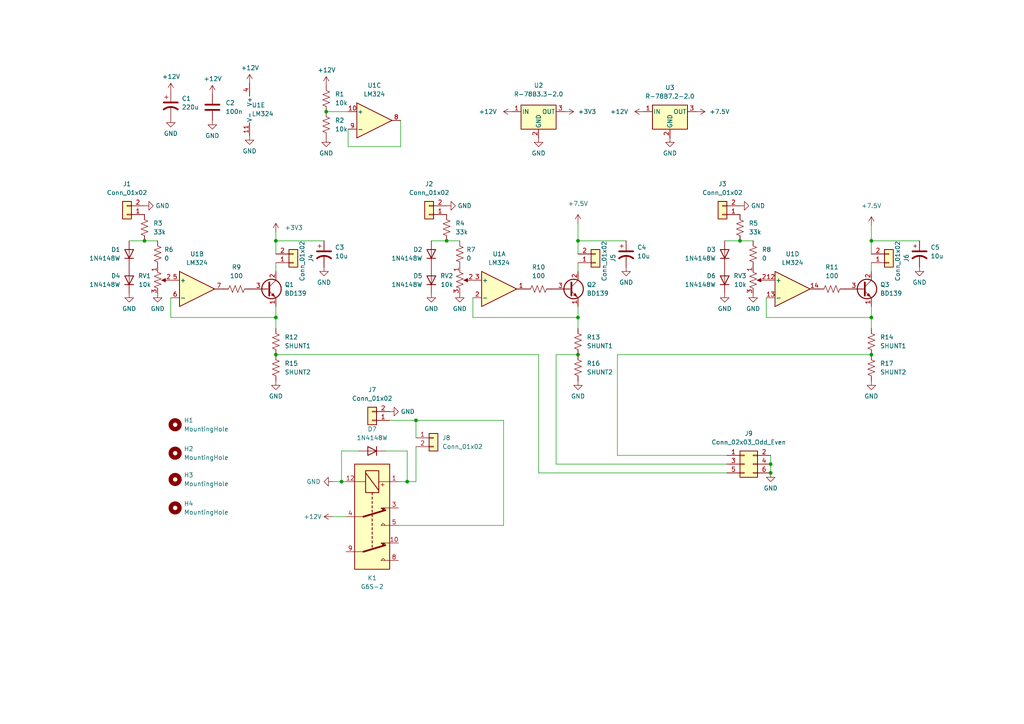
<source format=kicad_sch>
(kicad_sch (version 20211123) (generator eeschema)
  (paper "A4")
  (lib_symbols
    (symbol "Amplifier_Operational:LM324" (pin_names (offset 0.127))
      (property "Reference" "U" (at 0 5.08 0))
      (property "Value" "LM324" (at 0 -5.08 0))
      (symbol "LM324_1_1"
        (polyline (pts (xy -5.08 5.08) (xy 5.08 0) (xy -5.08 -5.08) (xy -5.08 5.08)) (stroke (width 0.254)) (fill (type background)))
        (pin output line (at 7.62 0 180) (length 2.54) (name "~") (number "1"))
        (pin input line (at -7.62 -2.54 0) (length 2.54) (name "-") (number "2"))
        (pin input line (at -7.62 2.54 0) (length 2.54) (name "+") (number "3"))
      )
      (symbol "LM324_2_1"
        (polyline (pts (xy -5.08 5.08) (xy 5.08 0) (xy -5.08 -5.08) (xy -5.08 5.08)) (stroke (width 0.254)) (fill (type background)))
        (pin input line (at -7.62 2.54 0) (length 2.54) (name "+") (number "5"))
        (pin input line (at -7.62 -2.54 0) (length 2.54) (name "-") (number "6"))
        (pin output line (at 7.62 0 180) (length 2.54) (name "~") (number "7"))
      )
      (symbol "LM324_3_1"
        (polyline (pts (xy -5.08 5.08) (xy 5.08 0) (xy -5.08 -5.08) (xy -5.08 5.08)) (stroke (width 0.254)) (fill (type background)))
        (pin input line (at -7.62 2.54 0) (length 2.54) (name "+") (number "10"))
        (pin output line (at 7.62 0 180) (length 2.54) (name "~") (number "8"))
        (pin input line (at -7.62 -2.54 0) (length 2.54) (name "-") (number "9"))
      )
      (symbol "LM324_4_1"
        (polyline (pts (xy -5.08 5.08) (xy 5.08 0) (xy -5.08 -5.08) (xy -5.08 5.08)) (stroke (width 0.254)) (fill (type background)))
        (pin input line (at -7.62 2.54 0) (length 2.54) (name "+") (number "12"))
        (pin input line (at -7.62 -2.54 0) (length 2.54) (name "-") (number "13"))
        (pin output line (at 7.62 0 180) (length 2.54) (name "~") (number "14"))
      )
      (symbol "LM324_5_1"
        (pin power_in line (at -2.54 -7.62 90) (length 3.81) (name "V-") (number "11"))
        (pin power_in line (at -2.54 7.62 270) (length 3.81) (name "V+") (number "4"))
      )
    )
    (symbol "Connector_Generic:Conn_01x02" (pin_names (offset 1.016) hide)
      (property "Reference" "J" (at 0 2.54 0))
      (property "Value" "Conn_01x02" (at 0 -5.08 0))
      (symbol "Conn_01x02_1_1"
        (rectangle (start -1.27 -2.413) (end 0 -2.667) (stroke (width 0.1524)))
        (rectangle (start -1.27 0.127) (end 0 -0.127) (stroke (width 0.1524)))
        (rectangle (start -1.27 1.27) (end 1.27 -3.81) (stroke (width 0.254)) (fill (type background)))
        (pin passive line (at -5.08 0 0) (length 3.81) (name "Pin_1") (number "1"))
        (pin passive line (at -5.08 -2.54 0) (length 3.81) (name "Pin_2") (number "2"))
      )
    )
    (symbol "Connector_Generic:Conn_02x03_Odd_Even" (pin_names (offset 1.016) hide)
      (property "Reference" "J" (at 1.27 5.08 0))
      (property "Value" "Conn_02x03_Odd_Even" (at 1.27 -5.08 0))
      (symbol "Conn_02x03_Odd_Even_1_1"
        (rectangle (start -1.27 -2.413) (end 0 -2.667) (stroke (width 0.1524)))
        (rectangle (start -1.27 0.127) (end 0 -0.127) (stroke (width 0.1524)))
        (rectangle (start -1.27 2.667) (end 0 2.413) (stroke (width 0.1524)))
        (rectangle (start -1.27 3.81) (end 3.81 -3.81) (stroke (width 0.254)) (fill (type background)))
        (rectangle (start 3.81 -2.413) (end 2.54 -2.667) (stroke (width 0.1524)))
        (rectangle (start 3.81 0.127) (end 2.54 -0.127) (stroke (width 0.1524)))
        (rectangle (start 3.81 2.667) (end 2.54 2.413) (stroke (width 0.1524)))
        (pin passive line (at -5.08 2.54 0) (length 3.81) (name "Pin_1") (number "1"))
        (pin passive line (at 7.62 2.54 180) (length 3.81) (name "Pin_2") (number "2"))
        (pin passive line (at -5.08 0 0) (length 3.81) (name "Pin_3") (number "3"))
        (pin passive line (at 7.62 0 180) (length 3.81) (name "Pin_4") (number "4"))
        (pin passive line (at -5.08 -2.54 0) (length 3.81) (name "Pin_5") (number "5"))
        (pin passive line (at 7.62 -2.54 180) (length 3.81) (name "Pin_6") (number "6"))
      )
    )
    (symbol "Device:C" (pin_numbers hide) (pin_names (offset 0.254))
      (property "Reference" "C" (at 0.635 2.54 0))
      (property "Value" "C" (at 0.635 -2.54 0))
      (symbol "C_0_1"
        (polyline (pts (xy -2.032 -0.762) (xy 2.032 -0.762)) (stroke (width 0.508)))
        (polyline (pts (xy -2.032 0.762) (xy 2.032 0.762)) (stroke (width 0.508)))
      )
      (symbol "C_1_1"
        (pin passive line (at 0 3.81 270) (length 2.794) (name "~") (number "1"))
        (pin passive line (at 0 -3.81 90) (length 2.794) (name "~") (number "2"))
      )
    )
    (symbol "Device:C_Polarized_US" (pin_numbers hide) (pin_names (offset 0.254) hide)
      (property "Reference" "C" (at 0.635 2.54 0))
      (property "Value" "C_Polarized_US" (at 0.635 -2.54 0))
      (symbol "C_Polarized_US_0_1"
        (polyline (pts (xy -2.032 0.762) (xy 2.032 0.762)) (stroke (width 0.508)))
        (polyline (pts (xy -1.778 2.286) (xy -0.762 2.286)))
        (polyline (pts (xy -1.27 1.778) (xy -1.27 2.794)))
        (arc (start 2.032 -1.27) (mid 0 -0.5572) (end -2.032 -1.27) (stroke (width 0.508)))
      )
      (symbol "C_Polarized_US_1_1"
        (pin passive line (at 0 3.81 270) (length 2.794) (name "~") (number "1"))
        (pin passive line (at 0 -3.81 90) (length 3.302) (name "~") (number "2"))
      )
    )
    (symbol "Device:R_Potentiometer_US" (pin_names (offset 1.016) hide)
      (property "Reference" "RV" (at -4.445 0 90))
      (property "Value" "R_Potentiometer_US" (at -2.54 0 90))
      (symbol "R_Potentiometer_US_0_1"
        (polyline (pts (xy 0 -2.286) (xy 0 -2.54)))
        (polyline (pts (xy 0 2.54) (xy 0 2.286)))
        (polyline (pts (xy 2.54 0) (xy 1.524 0)))
        (polyline (pts (xy 1.143 0) (xy 2.286 0.508) (xy 2.286 -0.508) (xy 1.143 0)) (fill (type outline)))
        (polyline (pts (xy 0 -0.762) (xy 1.016 -1.143) (xy 0 -1.524) (xy -1.016 -1.905) (xy 0 -2.286)))
        (polyline (pts (xy 0 0.762) (xy 1.016 0.381) (xy 0 0) (xy -1.016 -0.381) (xy 0 -0.762)))
        (polyline (pts (xy 0 2.286) (xy 1.016 1.905) (xy 0 1.524) (xy -1.016 1.143) (xy 0 0.762)))
      )
      (symbol "R_Potentiometer_US_1_1"
        (pin passive line (at 0 3.81 270) (length 1.27) (name "1") (number "1"))
        (pin passive line (at 3.81 0 180) (length 1.27) (name "2") (number "2"))
        (pin passive line (at 0 -3.81 90) (length 1.27) (name "3") (number "3"))
      )
    )
    (symbol "Device:R_US" (pin_numbers hide) (pin_names (offset 0))
      (property "Reference" "R" (at 2.54 0 90))
      (property "Value" "R_US" (at -2.54 0 90))
      (symbol "R_US_0_1"
        (polyline (pts (xy 0 -2.286) (xy 0 -2.54)))
        (polyline (pts (xy 0 2.286) (xy 0 2.54)))
        (polyline (pts (xy 0 -0.762) (xy 1.016 -1.143) (xy 0 -1.524) (xy -1.016 -1.905) (xy 0 -2.286)))
        (polyline (pts (xy 0 0.762) (xy 1.016 0.381) (xy 0 0) (xy -1.016 -0.381) (xy 0 -0.762)))
        (polyline (pts (xy 0 2.286) (xy 1.016 1.905) (xy 0 1.524) (xy -1.016 1.143) (xy 0 0.762)))
      )
      (symbol "R_US_1_1"
        (pin passive line (at 0 3.81 270) (length 1.27) (name "~") (number "1"))
        (pin passive line (at 0 -3.81 90) (length 1.27) (name "~") (number "2"))
      )
    )
    (symbol "Diode:1N4148W" (pin_numbers hide) (pin_names (offset 1.016) hide)
      (property "Reference" "D" (at 0 2.54 0))
      (property "Value" "1N4148W" (at 0 -2.54 0))
      (symbol "1N4148W_0_1"
        (polyline (pts (xy -1.27 1.27) (xy -1.27 -1.27)) (stroke (width 0.254)))
        (polyline (pts (xy 1.27 0) (xy -1.27 0)))
        (polyline (pts (xy 1.27 1.27) (xy 1.27 -1.27) (xy -1.27 0) (xy 1.27 1.27)) (stroke (width 0.254)))
      )
      (symbol "1N4148W_1_1"
        (pin passive line (at -3.81 0 0) (length 2.54) (name "K") (number "1"))
        (pin passive line (at 3.81 0 180) (length 2.54) (name "A") (number "2"))
      )
    )
    (symbol "Mechanical:MountingHole" (pin_names (offset 1.016))
      (property "Reference" "H" (at 0 5.08 0))
      (property "Value" "MountingHole" (at 0 3.175 0))
      (symbol "MountingHole_0_1"
        (circle (center 0 0) (radius 1.27) (stroke (width 1.27)))
      )
    )
    (symbol "Regulator_Switching:R-78B3.3-2.0" (pin_names (offset 0.254))
      (property "Reference" "U" (at -3.81 3.175 0))
      (property "Value" "R-78B3.3-2.0" (at 0 3.175 0))
      (symbol "R-78B3.3-2.0_0_1"
        (rectangle (start -5.08 1.905) (end 5.08 -5.08) (stroke (width 0.254)) (fill (type background)))
      )
      (symbol "R-78B3.3-2.0_1_1"
        (pin power_in line (at -7.62 0 0) (length 2.54) (name "IN") (number "1"))
        (pin power_in line (at 0 -7.62 90) (length 2.54) (name "GND") (number "2"))
        (pin power_out line (at 7.62 0 180) (length 2.54) (name "OUT") (number "3"))
      )
    )
    (symbol "Relay:G6S-2"
      (property "Reference" "K" (at 16.51 3.81 0))
      (property "Value" "G6S-2" (at 16.51 1.27 0))
      (symbol "G6S-2_0_0"
        (text "+" (at -9.271 2.921 0) (effects (font (size 1.27 1.27))))
      )
      (symbol "G6S-2_0_1"
        (rectangle (start -15.24 5.08) (end 15.24 -5.08) (stroke (width 0.254)) (fill (type background)))
        (rectangle (start -13.335 1.905) (end -6.985 -1.905) (stroke (width 0.254)))
        (polyline (pts (xy -12.7 -1.905) (xy -7.62 1.905)) (stroke (width 0.254)))
        (polyline (pts (xy -10.16 -5.08) (xy -10.16 -1.905)))
        (polyline (pts (xy -10.16 5.08) (xy -10.16 1.905)))
        (polyline (pts (xy -6.985 0) (xy -6.35 0)) (stroke (width 0.254)))
        (polyline (pts (xy -5.715 0) (xy -5.08 0)) (stroke (width 0.254)))
        (polyline (pts (xy -4.445 0) (xy -3.81 0)) (stroke (width 0.254)))
        (polyline (pts (xy -3.175 0) (xy -2.54 0)) (stroke (width 0.254)))
        (polyline (pts (xy -1.905 0) (xy -1.27 0)) (stroke (width 0.254)))
        (polyline (pts (xy -0.635 0) (xy 0 0)) (stroke (width 0.254)))
        (polyline (pts (xy 0 -2.54) (xy -1.905 3.81)) (stroke (width 0.508)))
        (polyline (pts (xy 0 -2.54) (xy 0 -5.08)))
        (polyline (pts (xy 0.635 0) (xy 1.27 0)) (stroke (width 0.254)))
        (polyline (pts (xy 1.905 0) (xy 2.54 0)) (stroke (width 0.254)))
        (polyline (pts (xy 3.175 0) (xy 3.81 0)) (stroke (width 0.254)))
        (polyline (pts (xy 4.445 0) (xy 5.08 0)) (stroke (width 0.254)))
        (polyline (pts (xy 5.715 0) (xy 6.35 0)) (stroke (width 0.254)))
        (polyline (pts (xy 6.985 0) (xy 7.62 0)) (stroke (width 0.254)))
        (polyline (pts (xy 8.255 0) (xy 8.89 0)) (stroke (width 0.254)))
        (polyline (pts (xy 10.16 -2.54) (xy 8.255 3.81)) (stroke (width 0.508)))
        (polyline (pts (xy 10.16 -2.54) (xy 10.16 -5.08)))
        (polyline (pts (xy -2.54 5.08) (xy -2.54 2.54) (xy -1.905 3.175) (xy -2.54 3.81)) (fill (type outline)))
        (polyline (pts (xy 2.54 5.08) (xy 2.54 2.54) (xy 1.905 3.175) (xy 2.54 3.81)))
        (polyline (pts (xy 7.62 5.08) (xy 7.62 2.54) (xy 8.255 3.175) (xy 7.62 3.81)) (fill (type outline)))
        (polyline (pts (xy 12.7 5.08) (xy 12.7 2.54) (xy 12.065 3.175) (xy 12.7 3.81)))
      )
      (symbol "G6S-2_1_1"
        (pin passive line (at -10.16 7.62 270) (length 2.54) (name "~") (number "1"))
        (pin passive line (at 7.62 7.62 270) (length 2.54) (name "~") (number "10"))
        (pin passive line (at -10.16 -7.62 90) (length 2.54) (name "~") (number "12"))
        (pin passive line (at -2.54 7.62 270) (length 2.54) (name "~") (number "3"))
        (pin passive line (at 0 -7.62 90) (length 2.54) (name "~") (number "4"))
        (pin passive line (at 2.54 7.62 270) (length 2.54) (name "~") (number "5"))
        (pin passive line (at 12.7 7.62 270) (length 2.54) (name "~") (number "8"))
        (pin passive line (at 10.16 -7.62 90) (length 2.54) (name "~") (number "9"))
      )
    )
    (symbol "Transistor_BJT:BD139" (pin_names (offset 0) hide)
      (property "Reference" "Q" (at 5.08 1.905 0))
      (property "Value" "BD139" (at 5.08 0 0))
      (symbol "BD139_0_1"
        (polyline (pts (xy 0 0) (xy 0.635 0)))
        (polyline (pts (xy 2.54 -2.54) (xy 0.635 -0.635)))
        (polyline (pts (xy 2.54 2.54) (xy 0.635 0.635)))
        (polyline (pts (xy 0.635 1.905) (xy 0.635 -1.905) (xy 0.635 -1.905)) (stroke (width 0.508)) (fill (type outline)))
        (polyline (pts (xy 1.2446 -1.778) (xy 1.7526 -1.27) (xy 2.286 -2.286) (xy 1.2446 -1.778) (xy 1.2446 -1.778)) (fill (type outline)))
        (circle (center 1.27 0) (radius 2.8194) (stroke (width 0.3048)))
      )
      (symbol "BD139_1_1"
        (pin passive line (at 2.54 -5.08 90) (length 2.54) (name "E") (number "1"))
        (pin passive line (at 2.54 5.08 270) (length 2.54) (name "C") (number "2"))
        (pin input line (at -5.08 0 0) (length 5.08) (name "B") (number "3"))
      )
    )
    (symbol "power:+12V" (power) (pin_names (offset 0))
      (property "Value" "+12V" (at 0 3.556 0))
      (symbol "+12V_0_1"
        (polyline (pts (xy -0.762 1.27) (xy 0 2.54)))
        (polyline (pts (xy 0 0) (xy 0 2.54)))
        (polyline (pts (xy 0 2.54) (xy 0.762 1.27)))
      )
      (symbol "+12V_1_1"
        (pin power_in line (at 0 0 90) (length 0) hide (name "+12V") (number "1"))
      )
    )
    (symbol "power:+3.3V" (power) (pin_names (offset 0))
      (property "Value" "+3.3V" (at 0 3.556 0))
      (symbol "+3.3V_0_1"
        (polyline (pts (xy -0.762 1.27) (xy 0 2.54)))
        (polyline (pts (xy 0 0) (xy 0 2.54)))
        (polyline (pts (xy 0 2.54) (xy 0.762 1.27)))
      )
      (symbol "+3.3V_1_1"
        (pin power_in line (at 0 0 90) (length 0) hide (name "+3V3") (number "1"))
      )
    )
    (symbol "power:+7.5V" (power) (pin_names (offset 0))
      (property "Value" "+7.5V" (at 0 3.556 0))
      (symbol "+7.5V_0_1"
        (polyline (pts (xy -0.762 1.27) (xy 0 2.54)))
        (polyline (pts (xy 0 0) (xy 0 2.54)))
        (polyline (pts (xy 0 2.54) (xy 0.762 1.27)))
      )
      (symbol "+7.5V_1_1"
        (pin power_in line (at 0 0 90) (length 0) hide (name "+7.5V") (number "1"))
      )
    )
    (symbol "power:GND" (power) (pin_names (offset 0))
      (property "Value" "GND" (at 0 -3.81 0))
      (symbol "GND_0_1"
        (polyline (pts (xy 0 0) (xy 0 -1.27) (xy 1.27 -1.27) (xy 0 -2.54) (xy -1.27 -1.27) (xy 0 -1.27)))
      )
      (symbol "GND_1_1"
        (pin power_in line (at 0 0 270) (length 0) hide (name "GND") (number "1"))
      )
    )
  )
  (junction (at 252.73 92.075))
  (junction (at 80.01 69.85))
  (junction (at 120.65 121.92))
  (junction (at 99.06 139.7))
  (junction (at 80.01 92.075))
  (junction (at 252.73 102.87))
  (junction (at 223.52 137.16))
  (junction (at 41.91 69.85))
  (junction (at 167.64 102.87))
  (junction (at 80.01 102.87))
  (junction (at 167.64 92.075))
  (junction (at 129.54 69.85))
  (junction (at 167.64 69.85))
  (junction (at 94.615 32.385))
  (junction (at 252.73 69.85))
  (junction (at 223.52 134.62))
  (junction (at 214.63 69.85))
  (junction (at 118.11 139.7))
  (wire (pts (xy 223.52 134.62) (xy 223.52 137.16)))
  (wire (pts (xy 223.52 132.08) (xy 223.52 134.62)))
  (wire (pts (xy 161.29 102.87) (xy 161.29 134.62)))
  (wire (pts (xy 125.095 69.85) (xy 129.54 69.85)))
  (wire (pts (xy 146.05 152.4) (xy 146.05 121.92)))
  (wire (pts (xy 146.05 121.92) (xy 120.65 121.92)))
  (wire (pts (xy 115.57 152.4) (xy 146.05 152.4)))
  (wire (pts (xy 179.07 102.87) (xy 179.07 132.08)))
  (wire (pts (xy 93.98 69.85) (xy 80.01 69.85)))
  (wire (pts (xy 252.73 92.075) (xy 252.73 95.25)))
  (wire (pts (xy 80.01 67.31) (xy 80.01 69.85)))
  (wire (pts (xy 100.965 37.465) (xy 100.965 42.545)))
  (wire (pts (xy 266.7 69.85) (xy 252.73 69.85)))
  (wire (pts (xy 96.52 139.7) (xy 99.06 139.7)))
  (wire (pts (xy 104.14 130.81) (xy 99.06 130.81)))
  (wire (pts (xy 120.65 129.54) (xy 120.65 139.7)))
  (wire (pts (xy 96.52 149.86) (xy 100.33 149.86)))
  (wire (pts (xy 252.73 65.405) (xy 252.73 69.85)))
  (wire (pts (xy 80.01 92.075) (xy 80.01 88.9)))
  (wire (pts (xy 116.205 42.545) (xy 116.205 34.925)))
  (wire (pts (xy 80.01 102.87) (xy 156.21 102.87)))
  (wire (pts (xy 137.16 92.075) (xy 167.64 92.075)))
  (wire (pts (xy 210.185 69.85) (xy 214.63 69.85)))
  (wire (pts (xy 181.61 69.85) (xy 167.64 69.85)))
  (wire (pts (xy 252.73 69.85) (xy 252.73 73.66)))
  (wire (pts (xy 41.91 69.85) (xy 45.72 69.85)))
  (wire (pts (xy 120.65 121.92) (xy 120.65 127)))
  (wire (pts (xy 137.16 86.36) (xy 137.16 92.075)))
  (wire (pts (xy 167.64 92.075) (xy 167.64 88.9)))
  (wire (pts (xy 37.465 69.85) (xy 41.91 69.85)))
  (wire (pts (xy 161.29 134.62) (xy 210.82 134.62)))
  (wire (pts (xy 167.64 76.2) (xy 167.64 78.74)))
  (wire (pts (xy 252.73 76.2) (xy 252.73 78.74)))
  (wire (pts (xy 156.21 102.87) (xy 156.21 137.16)))
  (wire (pts (xy 94.615 32.385) (xy 100.965 32.385)))
  (wire (pts (xy 252.73 92.075) (xy 252.73 88.9)))
  (wire (pts (xy 99.06 139.7) (xy 100.33 139.7)))
  (wire (pts (xy 111.76 130.81) (xy 118.11 130.81)))
  (wire (pts (xy 222.25 86.36) (xy 222.25 92.075)))
  (wire (pts (xy 113.03 121.92) (xy 120.65 121.92)))
  (wire (pts (xy 252.73 102.87) (xy 179.07 102.87)))
  (wire (pts (xy 80.01 69.85) (xy 80.01 73.66)))
  (wire (pts (xy 115.57 139.7) (xy 118.11 139.7)))
  (wire (pts (xy 210.82 137.16) (xy 156.21 137.16)))
  (wire (pts (xy 214.63 69.85) (xy 218.44 69.85)))
  (wire (pts (xy 179.07 132.08) (xy 210.82 132.08)))
  (wire (pts (xy 80.01 92.075) (xy 80.01 95.25)))
  (wire (pts (xy 167.64 64.77) (xy 167.64 69.85)))
  (wire (pts (xy 167.64 102.87) (xy 161.29 102.87)))
  (wire (pts (xy 99.06 130.81) (xy 99.06 139.7)))
  (wire (pts (xy 118.11 130.81) (xy 118.11 139.7)))
  (wire (pts (xy 49.53 92.075) (xy 80.01 92.075)))
  (wire (pts (xy 100.965 42.545) (xy 116.205 42.545)))
  (wire (pts (xy 222.25 92.075) (xy 252.73 92.075)))
  (wire (pts (xy 49.53 86.36) (xy 49.53 92.075)))
  (wire (pts (xy 167.64 69.85) (xy 167.64 73.66)))
  (wire (pts (xy 80.01 76.2) (xy 80.01 78.74)))
  (wire (pts (xy 129.54 69.85) (xy 133.35 69.85)))
  (wire (pts (xy 118.11 139.7) (xy 120.65 139.7)))
  (wire (pts (xy 167.64 92.075) (xy 167.64 95.25)))
  (symbol (lib_id "Device:C_Polarized_US") (at 49.53 30.48 0) (unit 1)
    (property "Reference" "C1" (at 52.705 28.5749 0) (effects (justify left)))
    (property "Value" "220u" (at 52.705 31.1149 0) (effects (justify left)))
    (property "Footprint" "Capacitor_THT:CP_Radial_D10.0mm_P5.00mm" (effects hide))
  )
  (symbol (lib_id "Device:R_US") (at 41.91 66.04 180) (unit 1)
    (property "Reference" "R3" (at 44.45 64.7699 0) (effects (justify right)))
    (property "Value" "33k" (at 44.45 67.3099 0) (effects (justify right)))
    (property "Footprint" "Resistor_SMD:R_0603_1608Metric" (effects hide))
  )
  (symbol (lib_id "Connector_Generic:Conn_01x02") (at 209.55 62.23 180) (unit 1)
    (property "Reference" "J3" (at 209.55 53.34 0))
    (property "Value" "Conn_01x02" (at 209.55 55.88 0))
    (property "Footprint" "Connector_JST:JST_XH_B2B-XH-A_1x02_P2.50mm_Vertical" (effects hide))
  )
  (symbol (lib_id "Amplifier_Operational:LM324") (at 144.78 83.82 0) (unit 1)
    (property "Reference" "U1" (at 144.78 73.66 0))
    (property "Value" "LM324" (at 144.78 76.2 0))
    (property "Footprint" "Package_SO:SOIC-14_3.9x8.7mm_P1.27mm" (effects hide))
    (property "Datasheet" "http://www.ti.com/lit/ds/symlink/lm2902-n.pdf" (effects hide))
  )
  (symbol (lib_id "power:GND") (at 266.7 77.47 0) (unit 1)
    (property "Reference" "#PWR023" (effects hide))
    (property "Value" "GND" (at 266.7 81.915 0))
  )
  (symbol (lib_id "power:GND") (at 181.61 77.47 0) (unit 1)
    (property "Reference" "#PWR022" (effects hide))
    (property "Value" "GND" (at 181.61 81.915 0))
  )
  (symbol (lib_id "Diode:1N4148W") (at 37.465 81.28 270) (mirror x) (unit 1)
    (property "Reference" "D4" (at 34.925 80.0099 90) (effects (justify right)))
    (property "Value" "1N4148W" (at 34.925 82.5499 90) (effects (justify right)))
    (property "Footprint" "Diode_SMD:D_SOD-123" (effects hide))
    (property "Datasheet" "https://www.vishay.com/docs/85748/1n4148w.pdf" (effects hide))
  )
  (symbol (lib_id "Device:R_Potentiometer_US") (at 45.72 81.28 0) (unit 1)
    (property "Reference" "RV1" (at 43.815 80.0099 0) (effects (justify right)))
    (property "Value" "10k" (at 43.815 82.5499 0) (effects (justify right)))
    (property "Footprint" "Potentiometer_THT:Potentiometer_Bourns_3296W_Vertical" (effects hide))
  )
  (symbol (lib_id "Device:R_US") (at 80.01 99.06 0) (unit 1)
    (property "Reference" "R12" (at 82.55 97.7899 0) (effects (justify left)))
    (property "Value" "SHUNT1" (at 82.55 100.3299 0) (effects (justify left)))
    (property "Footprint" "Resistor_THT:R_Axial_DIN0204_L3.6mm_D1.6mm_P1.90mm_Vertical" (effects hide))
  )
  (symbol (lib_id "Device:R_US") (at 129.54 66.04 180) (unit 1)
    (property "Reference" "R4" (at 132.08 64.7699 0) (effects (justify right)))
    (property "Value" "33k" (at 132.08 67.3099 0) (effects (justify right)))
    (property "Footprint" "Resistor_SMD:R_0603_1608Metric" (effects hide))
  )
  (symbol (lib_id "Connector_Generic:Conn_01x02") (at 125.73 127 0) (unit 1)
    (property "Reference" "J8" (at 128.27 126.9999 0) (effects (justify left)))
    (property "Value" "Conn_01x02" (at 128.27 129.54 0) (effects (justify left)))
    (property "Footprint" "Connector_PinHeader_2.54mm:PinHeader_1x02_P2.54mm_Vertical" (effects hide))
  )
  (symbol (lib_id "Device:R_US") (at 167.64 106.68 0) (unit 1)
    (property "Reference" "R16" (at 170.18 105.4099 0) (effects (justify left)))
    (property "Value" "SHUNT2" (at 170.18 107.9499 0) (effects (justify left)))
    (property "Footprint" "Resistor_THT:R_Axial_DIN0204_L3.6mm_D1.6mm_P1.90mm_Vertical" (effects hide))
  )
  (symbol (lib_id "Connector_Generic:Conn_01x02") (at 124.46 62.23 180) (unit 1)
    (property "Reference" "J2" (at 124.46 53.34 0))
    (property "Value" "Conn_01x02" (at 124.46 55.88 0))
    (property "Footprint" "Connector_JST:JST_XH_B2B-XH-A_1x02_P2.50mm_Vertical" (effects hide))
  )
  (symbol (lib_id "Transistor_BJT:BD139") (at 250.19 83.82 0) (unit 1)
    (property "Reference" "Q3" (at 255.27 82.5499 0) (effects (justify left)))
    (property "Value" "BD139" (at 255.27 85.0899 0) (effects (justify left)))
    (property "Footprint" "Package_TO_SOT_THT:TO-126-3_Vertical" (effects hide))
    (property "Datasheet" "http://www.st.com/internet/com/TECHNICAL_RESOURCES/TECHNICAL_LITERATURE/DATASHEET/CD00001225.pdf" (effects hide))
  )
  (symbol (lib_id "Connector_Generic:Conn_01x02") (at 107.95 121.92 180) (unit 1)
    (property "Reference" "J7" (at 107.95 113.03 0))
    (property "Value" "Conn_01x02" (at 107.95 115.57 0))
    (property "Footprint" "Connector_JST:JST_XH_B2B-XH-A_1x02_P2.50mm_Vertical" (effects hide))
  )
  (symbol (lib_id "Diode:1N4148W") (at 125.095 73.66 270) (mirror x) (unit 1)
    (property "Reference" "D2" (at 122.555 72.3899 90) (effects (justify right)))
    (property "Value" "1N4148W" (at 122.555 74.9299 90) (effects (justify right)))
    (property "Footprint" "Diode_SMD:D_SOD-123" (effects hide))
    (property "Datasheet" "https://www.vishay.com/docs/85748/1n4148w.pdf" (effects hide))
  )
  (symbol (lib_id "power:GND") (at 94.615 40.005 0) (unit 1)
    (property "Reference" "#PWR012" (effects hide))
    (property "Value" "GND" (at 94.615 44.45 0))
  )
  (symbol (lib_id "Diode:1N4148W") (at 210.185 81.28 270) (mirror x) (unit 1)
    (property "Reference" "D6" (at 207.645 80.0099 90) (effects (justify right)))
    (property "Value" "1N4148W" (at 207.645 82.5499 90) (effects (justify right)))
    (property "Footprint" "Diode_SMD:D_SOD-123" (effects hide))
    (property "Datasheet" "https://www.vishay.com/docs/85748/1n4148w.pdf" (effects hide))
  )
  (symbol (lib_id "power:+12V") (at 96.52 149.86 90) (unit 1)
    (property "Reference" "#PWR037" (effects hide))
    (property "Value" "+12V" (at 93.345 149.86 90) (effects (justify left)))
  )
  (symbol (lib_id "power:GND") (at 49.53 34.29 0) (unit 1)
    (property "Reference" "#PWR09" (effects hide))
    (property "Value" "GND" (at 49.53 38.735 0))
  )
  (symbol (lib_id "Connector_Generic:Conn_01x02") (at 85.09 76.2 0) (mirror x) (unit 1)
    (property "Reference" "J4" (at 90.17 73.66 90) (effects (justify left)))
    (property "Value" "Conn_01x02" (at 87.63 69.85 90) (effects (justify left)))
    (property "Footprint" "Connector_JST:JST_XH_B2B-XH-A_1x02_P2.50mm_Vertical" (effects hide))
  )
  (symbol (lib_id "Amplifier_Operational:LM324") (at 108.585 34.925 0) (unit 3)
    (property "Reference" "U1" (at 108.585 24.765 0))
    (property "Value" "LM324" (at 108.585 27.305 0))
    (property "Footprint" "Package_SO:SOIC-14_3.9x8.7mm_P1.27mm" (effects hide))
    (property "Datasheet" "http://www.ti.com/lit/ds/symlink/lm2902-n.pdf" (effects hide))
  )
  (symbol (lib_id "Regulator_Switching:R-78B3.3-2.0") (at 156.21 32.385 0) (unit 1)
    (property "Reference" "U2" (at 156.21 24.765 0))
    (property "Value" "R-78B3.3-2.0" (at 156.21 27.305 0))
    (property "Footprint" "Converter_DCDC:Converter_DCDC_RECOM_R-78B-2.0_THT" (effects hide))
    (property "Datasheet" "https://www.recom-power.com/pdf/Innoline/R-78Bxx-2.0.pdf" (effects hide))
  )
  (symbol (lib_id "Diode:1N4148W") (at 125.095 81.28 270) (mirror x) (unit 1)
    (property "Reference" "D5" (at 122.555 80.0099 90) (effects (justify right)))
    (property "Value" "1N4148W" (at 122.555 82.5499 90) (effects (justify right)))
    (property "Footprint" "Diode_SMD:D_SOD-123" (effects hide))
    (property "Datasheet" "https://www.vishay.com/docs/85748/1n4148w.pdf" (effects hide))
  )
  (symbol (lib_id "power:GND") (at 133.35 85.09 0) (unit 1)
    (property "Reference" "#PWR027" (effects hide))
    (property "Value" "GND" (at 133.35 89.535 0))
  )
  (symbol (lib_id "power:+7.5V") (at 167.64 64.77 0) (unit 1)
    (property "Reference" "#PWR019" (effects hide))
    (property "Value" "+7.5V" (at 167.64 59.055 0))
  )
  (symbol (lib_id "power:GND") (at 214.63 59.69 90) (unit 1)
    (property "Reference" "#PWR017" (effects hide))
    (property "Value" "GND" (at 217.805 59.6899 90) (effects (justify right)))
  )
  (symbol (lib_id "Device:R_US") (at 156.21 83.82 90) (unit 1)
    (property "Reference" "R10" (at 156.21 77.47 90))
    (property "Value" "100" (at 156.21 80.01 90))
    (property "Footprint" "Resistor_SMD:R_0603_1608Metric" (effects hide))
  )
  (symbol (lib_id "Mechanical:MountingHole") (at 50.8 123.19 0) (unit 1)
    (property "Reference" "H1" (at 53.34 121.9199 0) (effects (justify left)))
    (property "Value" "MountingHole" (at 53.34 124.4599 0) (effects (justify left)))
    (property "Footprint" "MountingHole:MountingHole_3.2mm_M3" (effects hide))
  )
  (symbol (lib_id "Device:R_US") (at 80.01 106.68 0) (unit 1)
    (property "Reference" "R15" (at 82.55 105.4099 0) (effects (justify left)))
    (property "Value" "SHUNT2" (at 82.55 107.9499 0) (effects (justify left)))
    (property "Footprint" "Resistor_THT:R_Axial_DIN0204_L3.6mm_D1.6mm_P1.90mm_Vertical" (effects hide))
  )
  (symbol (lib_id "power:GND") (at 125.095 85.09 0) (unit 1)
    (property "Reference" "#PWR026" (effects hide))
    (property "Value" "GND" (at 125.095 89.535 0))
  )
  (symbol (lib_id "Device:R_US") (at 214.63 66.04 180) (unit 1)
    (property "Reference" "R5" (at 217.17 64.7699 0) (effects (justify right)))
    (property "Value" "33k" (at 217.17 67.3099 0) (effects (justify right)))
    (property "Footprint" "Resistor_SMD:R_0603_1608Metric" (effects hide))
  )
  (symbol (lib_id "power:GND") (at 223.52 137.16 0) (unit 1)
    (property "Reference" "#PWR036" (effects hide))
    (property "Value" "GND" (at 223.52 141.605 0))
  )
  (symbol (lib_id "power:GND") (at 61.595 34.925 0) (unit 1)
    (property "Reference" "#PWR010" (effects hide))
    (property "Value" "GND" (at 61.595 39.37 0))
  )
  (symbol (lib_id "power:GND") (at 45.72 85.09 0) (unit 1)
    (property "Reference" "#PWR025" (effects hide))
    (property "Value" "GND" (at 45.72 89.535 0))
  )
  (symbol (lib_id "power:+12V") (at 72.39 24.13 0) (unit 1)
    (property "Reference" "#PWR01" (effects hide))
    (property "Value" "+12V" (at 69.85 19.685 0) (effects (justify left)))
  )
  (symbol (lib_id "Device:R_US") (at 94.615 28.575 180) (unit 1)
    (property "Reference" "R1" (at 97.155 27.3049 0) (effects (justify right)))
    (property "Value" "10k" (at 97.155 29.8449 0) (effects (justify right)))
    (property "Footprint" "Resistor_SMD:R_0603_1608Metric" (effects hide))
  )
  (symbol (lib_id "power:GND") (at 96.52 139.7 270) (unit 1)
    (property "Reference" "#PWR034" (effects hide))
    (property "Value" "GND" (at 88.9 139.7 90) (effects (justify left)))
  )
  (symbol (lib_id "power:GND") (at 72.39 39.37 0) (unit 1)
    (property "Reference" "#PWR011" (effects hide))
    (property "Value" "GND" (at 72.39 43.815 0))
  )
  (symbol (lib_id "power:GND") (at 156.21 40.005 0) (unit 1)
    (property "Reference" "#PWR013" (effects hide))
    (property "Value" "GND" (at 156.21 44.45 0))
  )
  (symbol (lib_id "Device:R_US") (at 218.44 73.66 180) (unit 1)
    (property "Reference" "R8" (at 220.98 72.3899 0) (effects (justify right)))
    (property "Value" "0" (at 220.98 74.9299 0) (effects (justify right)))
    (property "Footprint" "Resistor_SMD:R_0603_1608Metric" (effects hide))
  )
  (symbol (lib_id "Connector_Generic:Conn_02x03_Odd_Even") (at 215.9 134.62 0) (unit 1)
    (property "Reference" "J9" (at 217.17 125.73 0))
    (property "Value" "Conn_02x03_Odd_Even" (at 217.17 128.27 0))
    (property "Footprint" "Connector_PinHeader_2.54mm:PinHeader_2x03_P2.54mm_Vertical" (effects hide))
  )
  (symbol (lib_id "power:+7.5V") (at 252.73 65.405 0) (unit 1)
    (property "Reference" "#PWR020" (effects hide))
    (property "Value" "+7.5V" (at 252.73 59.69 0))
  )
  (symbol (lib_id "Mechanical:MountingHole") (at 50.8 139.065 0) (unit 1)
    (property "Reference" "H3" (at 53.34 137.7949 0) (effects (justify left)))
    (property "Value" "MountingHole" (at 53.34 140.3349 0) (effects (justify left)))
    (property "Footprint" "MountingHole:MountingHole_3.2mm_M3" (effects hide))
  )
  (symbol (lib_id "Diode:1N4148W") (at 107.95 130.81 0) (mirror y) (unit 1)
    (property "Reference" "D7" (at 107.95 124.46 0))
    (property "Value" "1N4148W" (at 107.95 127 0))
    (property "Footprint" "Diode_SMD:D_SOD-123" (effects hide))
    (property "Datasheet" "https://www.vishay.com/docs/85748/1n4148w.pdf" (effects hide))
  )
  (symbol (lib_id "Connector_Generic:Conn_01x02") (at 36.83 62.23 180) (unit 1)
    (property "Reference" "J1" (at 36.83 53.34 0))
    (property "Value" "Conn_01x02" (at 36.83 55.88 0))
    (property "Footprint" "Connector_JST:JST_XH_B2B-XH-A_1x02_P2.50mm_Vertical" (effects hide))
  )
  (symbol (lib_id "power:+7.5V") (at 201.93 32.385 270) (unit 1)
    (property "Reference" "#PWR08" (effects hide))
    (property "Value" "+7.5V" (at 205.74 32.3849 90) (effects (justify left)))
  )
  (symbol (lib_id "power:GND") (at 80.01 110.49 0) (unit 1)
    (property "Reference" "#PWR030" (effects hide))
    (property "Value" "GND" (at 80.01 114.935 0))
  )
  (symbol (lib_id "Diode:1N4148W") (at 37.465 73.66 270) (mirror x) (unit 1)
    (property "Reference" "D1" (at 34.925 72.3899 90) (effects (justify right)))
    (property "Value" "1N4148W" (at 34.925 74.9299 90) (effects (justify right)))
    (property "Footprint" "Diode_SMD:D_SOD-123" (effects hide))
    (property "Datasheet" "https://www.vishay.com/docs/85748/1n4148w.pdf" (effects hide))
  )
  (symbol (lib_id "Mechanical:MountingHole") (at 50.8 147.32 0) (unit 1)
    (property "Reference" "H4" (at 53.34 146.0499 0) (effects (justify left)))
    (property "Value" "MountingHole" (at 53.34 148.5899 0) (effects (justify left)))
    (property "Footprint" "MountingHole:MountingHole_3.2mm_M3" (effects hide))
  )
  (symbol (lib_id "Device:C_Polarized_US") (at 266.7 73.66 0) (unit 1)
    (property "Reference" "C5" (at 269.875 71.7549 0) (effects (justify left)))
    (property "Value" "10u" (at 269.875 74.2949 0) (effects (justify left)))
    (property "Footprint" "Capacitor_THT:CP_Radial_D5.0mm_P2.50mm" (effects hide))
  )
  (symbol (lib_id "power:+12V") (at 148.59 32.385 90) (unit 1)
    (property "Reference" "#PWR05" (effects hide))
    (property "Value" "+12V" (at 144.145 32.385 90) (effects (justify left)))
  )
  (symbol (lib_id "power:GND") (at 129.54 59.69 90) (unit 1)
    (property "Reference" "#PWR016" (effects hide))
    (property "Value" "GND" (at 132.715 59.6899 90) (effects (justify right)))
  )
  (symbol (lib_id "power:GND") (at 194.31 40.005 0) (unit 1)
    (property "Reference" "#PWR014" (effects hide))
    (property "Value" "GND" (at 194.31 44.45 0))
  )
  (symbol (lib_id "power:+12V") (at 94.615 24.765 0) (unit 1)
    (property "Reference" "#PWR02" (effects hide))
    (property "Value" "+12V" (at 92.075 20.32 0) (effects (justify left)))
  )
  (symbol (lib_id "Transistor_BJT:BD139") (at 77.47 83.82 0) (unit 1)
    (property "Reference" "Q1" (at 82.55 82.5499 0) (effects (justify left)))
    (property "Value" "BD139" (at 82.55 85.0899 0) (effects (justify left)))
    (property "Footprint" "Package_TO_SOT_THT:TO-126-3_Vertical" (effects hide))
    (property "Datasheet" "http://www.st.com/internet/com/TECHNICAL_RESOURCES/TECHNICAL_LITERATURE/DATASHEET/CD00001225.pdf" (effects hide))
  )
  (symbol (lib_id "Amplifier_Operational:LM324") (at 229.87 83.82 0) (unit 4)
    (property "Reference" "U1" (at 229.87 73.66 0))
    (property "Value" "LM324" (at 229.87 76.2 0))
    (property "Footprint" "Package_SO:SOIC-14_3.9x8.7mm_P1.27mm" (effects hide))
    (property "Datasheet" "http://www.ti.com/lit/ds/symlink/lm2902-n.pdf" (effects hide))
  )
  (symbol (lib_id "Connector_Generic:Conn_01x02") (at 257.81 76.2 0) (mirror x) (unit 1)
    (property "Reference" "J6" (at 262.89 73.66 90) (effects (justify left)))
    (property "Value" "Conn_01x02" (at 260.35 69.85 90) (effects (justify left)))
    (property "Footprint" "Connector_JST:JST_XH_B2B-XH-A_1x02_P2.50mm_Vertical" (effects hide))
  )
  (symbol (lib_id "Device:R_US") (at 252.73 106.68 0) (unit 1)
    (property "Reference" "R17" (at 255.27 105.4099 0) (effects (justify left)))
    (property "Value" "SHUNT2" (at 255.27 107.9499 0) (effects (justify left)))
    (property "Footprint" "Resistor_THT:R_Axial_DIN0204_L3.6mm_D1.6mm_P1.90mm_Vertical" (effects hide))
  )
  (symbol (lib_id "Device:C_Polarized_US") (at 93.98 73.66 0) (unit 1)
    (property "Reference" "C3" (at 97.155 71.7549 0) (effects (justify left)))
    (property "Value" "10u" (at 97.155 74.2949 0) (effects (justify left)))
    (property "Footprint" "Capacitor_THT:CP_Radial_D5.0mm_P2.50mm" (effects hide))
  )
  (symbol (lib_id "Device:R_US") (at 252.73 99.06 0) (unit 1)
    (property "Reference" "R14" (at 255.27 97.7899 0) (effects (justify left)))
    (property "Value" "SHUNT1" (at 255.27 100.3299 0) (effects (justify left)))
    (property "Footprint" "Resistor_THT:R_Axial_DIN0204_L3.6mm_D1.6mm_P1.90mm_Vertical" (effects hide))
  )
  (symbol (lib_id "Mechanical:MountingHole") (at 50.8 131.445 0) (unit 1)
    (property "Reference" "H2" (at 53.34 130.1749 0) (effects (justify left)))
    (property "Value" "MountingHole" (at 53.34 132.7149 0) (effects (justify left)))
    (property "Footprint" "MountingHole:MountingHole_3.2mm_M3" (effects hide))
  )
  (symbol (lib_id "Diode:1N4148W") (at 210.185 73.66 270) (mirror x) (unit 1)
    (property "Reference" "D3" (at 207.645 72.3899 90) (effects (justify right)))
    (property "Value" "1N4148W" (at 207.645 74.9299 90) (effects (justify right)))
    (property "Footprint" "Diode_SMD:D_SOD-123" (effects hide))
    (property "Datasheet" "https://www.vishay.com/docs/85748/1n4148w.pdf" (effects hide))
  )
  (symbol (lib_id "Device:R_US") (at 45.72 73.66 180) (unit 1)
    (property "Reference" "R6" (at 47.625 72.3899 0) (effects (justify right)))
    (property "Value" "0" (at 47.625 74.9299 0) (effects (justify right)))
    (property "Footprint" "Resistor_SMD:R_0603_1608Metric" (effects hide))
  )
  (symbol (lib_id "Device:C_Polarized_US") (at 181.61 73.66 0) (unit 1)
    (property "Reference" "C4" (at 184.785 71.7549 0) (effects (justify left)))
    (property "Value" "10u" (at 184.785 74.2949 0) (effects (justify left)))
    (property "Footprint" "Capacitor_THT:CP_Radial_D5.0mm_P2.50mm" (effects hide))
  )
  (symbol (lib_id "power:GND") (at 218.44 85.09 0) (unit 1)
    (property "Reference" "#PWR029" (effects hide))
    (property "Value" "GND" (at 218.44 89.535 0))
  )
  (symbol (lib_id "Transistor_BJT:BD139") (at 165.1 83.82 0) (unit 1)
    (property "Reference" "Q2" (at 170.18 82.5499 0) (effects (justify left)))
    (property "Value" "BD139" (at 170.18 85.0899 0) (effects (justify left)))
    (property "Footprint" "Package_TO_SOT_THT:TO-126-3_Vertical" (effects hide))
    (property "Datasheet" "http://www.st.com/internet/com/TECHNICAL_RESOURCES/TECHNICAL_LITERATURE/DATASHEET/CD00001225.pdf" (effects hide))
  )
  (symbol (lib_id "power:GND") (at 41.91 59.69 90) (unit 1)
    (property "Reference" "#PWR015" (effects hide))
    (property "Value" "GND" (at 45.085 59.6899 90) (effects (justify right)))
  )
  (symbol (lib_id "power:+12V") (at 49.53 26.67 0) (unit 1)
    (property "Reference" "#PWR03" (effects hide))
    (property "Value" "+12V" (at 46.99 22.225 0) (effects (justify left)))
  )
  (symbol (lib_id "power:GND") (at 167.64 110.49 0) (unit 1)
    (property "Reference" "#PWR031" (effects hide))
    (property "Value" "GND" (at 167.64 114.935 0))
  )
  (symbol (lib_id "Device:C") (at 61.595 31.115 0) (unit 1)
    (property "Reference" "C2" (at 65.405 29.8449 0) (effects (justify left)))
    (property "Value" "100n" (at 65.405 32.3849 0) (effects (justify left)))
    (property "Footprint" "Capacitor_SMD:C_0603_1608Metric" (effects hide))
  )
  (symbol (lib_id "power:+3.3V") (at 163.83 32.385 270) (unit 1)
    (property "Reference" "#PWR06" (effects hide))
    (property "Value" "+3.3V" (at 167.64 32.3849 90) (effects (justify left)))
  )
  (symbol (lib_id "Device:R_US") (at 94.615 36.195 180) (unit 1)
    (property "Reference" "R2" (at 97.155 34.9249 0) (effects (justify right)))
    (property "Value" "10k" (at 97.155 37.4649 0) (effects (justify right)))
    (property "Footprint" "Resistor_SMD:R_0603_1608Metric" (effects hide))
  )
  (symbol (lib_id "power:GND") (at 93.98 77.47 0) (unit 1)
    (property "Reference" "#PWR021" (effects hide))
    (property "Value" "GND" (at 93.98 81.915 0))
  )
  (symbol (lib_id "Connector_Generic:Conn_01x02") (at 172.72 76.2 0) (mirror x) (unit 1)
    (property "Reference" "J5" (at 177.8 73.66 90) (effects (justify left)))
    (property "Value" "Conn_01x02" (at 175.26 69.85 90) (effects (justify left)))
    (property "Footprint" "Connector_JST:JST_XH_B2B-XH-A_1x02_P2.50mm_Vertical" (effects hide))
  )
  (symbol (lib_id "Device:R_Potentiometer_US") (at 133.35 81.28 0) (unit 1)
    (property "Reference" "RV2" (at 131.445 80.0099 0) (effects (justify right)))
    (property "Value" "10k" (at 131.445 82.5499 0) (effects (justify right)))
    (property "Footprint" "Potentiometer_THT:Potentiometer_Bourns_3296W_Vertical" (effects hide))
  )
  (symbol (lib_id "Regulator_Switching:R-78B3.3-2.0") (at 194.31 32.385 0) (unit 1)
    (property "Reference" "U3" (at 194.31 25.4 0))
    (property "Value" "R-78B7.2-2.0" (at 194.31 27.94 0))
    (property "Footprint" "Converter_DCDC:Converter_DCDC_RECOM_R-78B-2.0_THT" (effects hide))
    (property "Datasheet" "https://www.recom-power.com/pdf/Innoline/R-78Bxx-2.0.pdf" (effects hide))
  )
  (symbol (lib_id "Device:R_US") (at 241.3 83.82 90) (unit 1)
    (property "Reference" "R11" (at 241.3 77.47 90))
    (property "Value" "100" (at 241.3 80.01 90))
    (property "Footprint" "Resistor_SMD:R_0603_1608Metric" (effects hide))
  )
  (symbol (lib_id "Amplifier_Operational:LM324") (at 57.15 83.82 0) (unit 2)
    (property "Reference" "U1" (at 57.15 73.66 0))
    (property "Value" "LM324" (at 57.15 76.2 0))
    (property "Footprint" "Package_SO:SOIC-14_3.9x8.7mm_P1.27mm" (effects hide))
    (property "Datasheet" "http://www.ti.com/lit/ds/symlink/lm2902-n.pdf" (effects hide))
  )
  (symbol (lib_id "Device:R_US") (at 68.58 83.82 90) (unit 1)
    (property "Reference" "R9" (at 68.58 77.47 90))
    (property "Value" "100" (at 68.58 80.01 90))
    (property "Footprint" "Resistor_SMD:R_0603_1608Metric" (effects hide))
  )
  (symbol (lib_id "power:GND") (at 113.03 119.38 90) (unit 1)
    (property "Reference" "#PWR033" (effects hide))
    (property "Value" "GND" (at 116.205 119.3799 90) (effects (justify right)))
  )
  (symbol (lib_id "Relay:G6S-2") (at 107.95 149.86 270) (unit 1)
    (property "Reference" "K1" (at 107.95 167.64 90))
    (property "Value" "G6S-2" (at 107.95 170.18 90))
    (property "Footprint" "Relay_THT:Relay_DPDT_Omron_G6S-2" (effects hide))
    (property "Datasheet" "http://omronfs.omron.com/en_US/ecb/products/pdf/en-g6s.pdf" (effects hide))
  )
  (symbol (lib_id "power:+12V") (at 186.69 32.385 90) (unit 1)
    (property "Reference" "#PWR07" (effects hide))
    (property "Value" "+12V" (at 182.245 32.385 90) (effects (justify left)))
  )
  (symbol (lib_id "power:GND") (at 210.185 85.09 0) (unit 1)
    (property "Reference" "#PWR028" (effects hide))
    (property "Value" "GND" (at 210.185 89.535 0))
  )
  (symbol (lib_id "power:+3.3V") (at 80.01 67.31 0) (unit 1)
    (property "Reference" "#PWR018" (effects hide))
    (property "Value" "+3.3V" (at 82.55 66.0399 0) (effects (justify left)))
  )
  (symbol (lib_id "power:GND") (at 252.73 110.49 0) (unit 1)
    (property "Reference" "#PWR032" (effects hide))
    (property "Value" "GND" (at 252.73 114.935 0))
  )
  (symbol (lib_id "Device:R_US") (at 167.64 99.06 0) (unit 1)
    (property "Reference" "R13" (at 170.18 97.7899 0) (effects (justify left)))
    (property "Value" "SHUNT1" (at 170.18 100.3299 0) (effects (justify left)))
    (property "Footprint" "Resistor_THT:R_Axial_DIN0204_L3.6mm_D1.6mm_P1.90mm_Vertical" (effects hide))
  )
  (symbol (lib_id "Device:R_Potentiometer_US") (at 218.44 81.28 0) (unit 1)
    (property "Reference" "RV3" (at 216.535 80.0099 0) (effects (justify right)))
    (property "Value" "10k" (at 216.535 82.5499 0) (effects (justify right)))
    (property "Footprint" "Potentiometer_THT:Potentiometer_Bourns_3296W_Vertical" (effects hide))
  )
  (symbol (lib_id "Device:R_US") (at 133.35 73.66 180) (unit 1)
    (property "Reference" "R7" (at 135.255 72.3899 0) (effects (justify right)))
    (property "Value" "0" (at 135.255 74.9299 0) (effects (justify right)))
    (property "Footprint" "Resistor_SMD:R_0603_1608Metric" (effects hide))
  )
  (symbol (lib_id "Amplifier_Operational:LM324") (at 74.93 31.75 0) (unit 5)
    (property "Reference" "U1" (at 73.025 30.4799 0) (effects (justify left)))
    (property "Value" "LM324" (at 73.025 33.0199 0) (effects (justify left)))
    (property "Footprint" "Package_SO:SOIC-14_3.9x8.7mm_P1.27mm" (effects hide))
    (property "Datasheet" "http://www.ti.com/lit/ds/symlink/lm2902-n.pdf" (effects hide))
  )
  (symbol (lib_id "power:+12V") (at 61.595 27.305 0) (unit 1)
    (property "Reference" "#PWR04" (effects hide))
    (property "Value" "+12V" (at 59.055 22.86 0) (effects (justify left)))
  )
  (symbol (lib_id "power:GND") (at 37.465 85.09 0) (unit 1)
    (property "Reference" "#PWR024" (effects hide))
    (property "Value" "GND" (at 37.465 89.535 0))
  )
)
</source>
